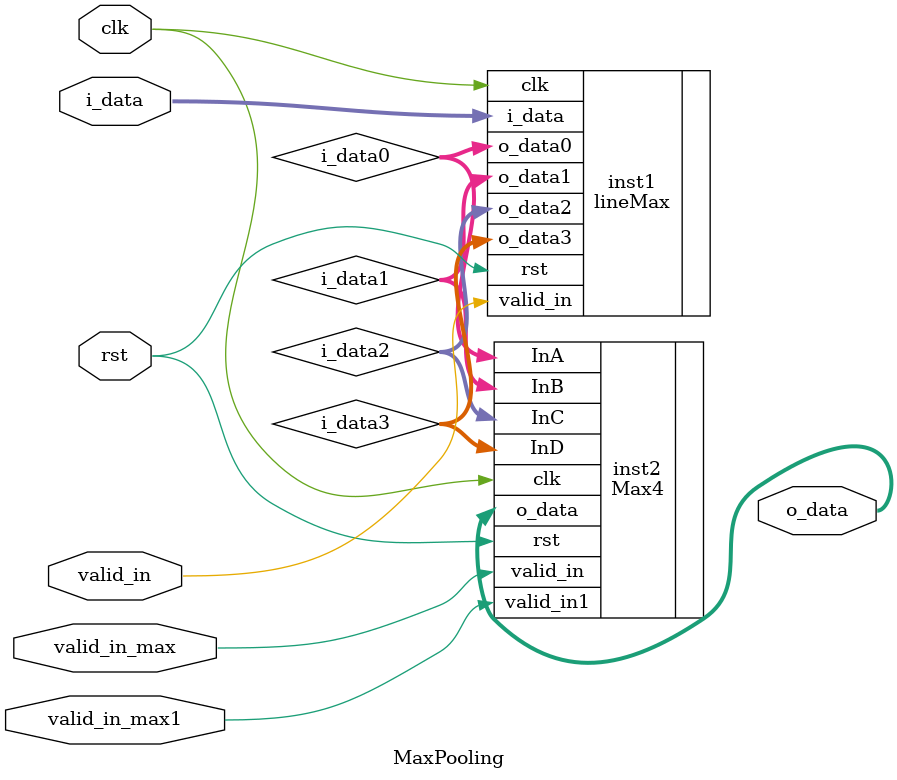
<source format=v>
module MaxPooling#(
    parameter DATA_WIDTH = 32,
    parameter WIDTH = 6
)(
    input [DATA_WIDTH-1:0] i_data,
    input valid_in, valid_in_max, valid_in_max1, clk, rst,
    output [DATA_WIDTH-1:0] o_data
);
  
    wire[DATA_WIDTH-1:0] i_data0, i_data1, i_data2, i_data3;

  lineMax #(
   .DATA_WIDTH(DATA_WIDTH),
   .WIDTH(WIDTH)
  )inst1(
    .o_data0(i_data0),
    .o_data1(i_data1), 
    .o_data2(i_data2), 
    .o_data3(i_data3),  
    .i_data(i_data),
    .valid_in(valid_in), 
    .clk(clk), 
    .rst(rst)
  );
  
  Max4#(
    .DATA_WIDTH(DATA_WIDTH) 
  )inst2(
    .InA(i_data0),
    .InB(i_data1),
    .InC(i_data2),
    .InD(i_data3),
    .valid_in(valid_in_max), 
    .valid_in1(valid_in_max1),
    .clk(clk), 
    .rst(rst),
    .o_data(o_data)
  );

  

endmodule

</source>
